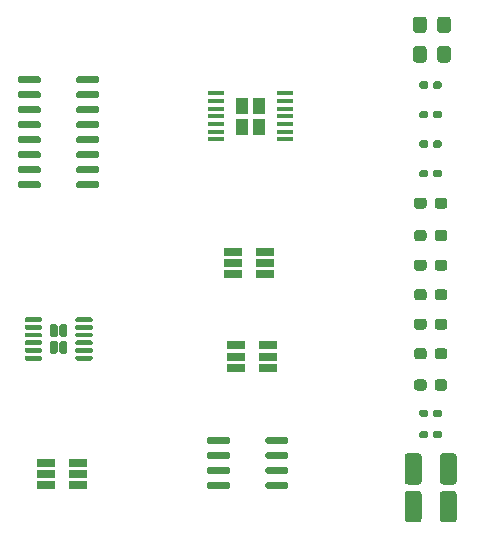
<source format=gtp>
%TF.GenerationSoftware,KiCad,Pcbnew,5.1.10*%
%TF.CreationDate,2021-10-22T01:18:59+03:00*%
%TF.ProjectId,breakouts,62726561-6b6f-4757-9473-2e6b69636164,rev?*%
%TF.SameCoordinates,Original*%
%TF.FileFunction,Paste,Top*%
%TF.FilePolarity,Positive*%
%FSLAX46Y46*%
G04 Gerber Fmt 4.6, Leading zero omitted, Abs format (unit mm)*
G04 Created by KiCad (PCBNEW 5.1.10) date 2021-10-22 01:18:59*
%MOMM*%
%LPD*%
G01*
G04 APERTURE LIST*
%ADD10R,1.560000X0.650000*%
%ADD11R,1.100000X1.400000*%
%ADD12R,1.450000X0.450000*%
G04 APERTURE END LIST*
%TO.C,J20*%
G36*
G01*
X44575000Y-74617500D02*
X44575000Y-73802500D01*
G75*
G02*
X44742500Y-73635000I167500J0D01*
G01*
X45077500Y-73635000D01*
G75*
G02*
X45245000Y-73802500I0J-167500D01*
G01*
X45245000Y-74617500D01*
G75*
G02*
X45077500Y-74785000I-167500J0D01*
G01*
X44742500Y-74785000D01*
G75*
G02*
X44575000Y-74617500I0J167500D01*
G01*
G37*
G36*
G01*
X44575000Y-73197500D02*
X44575000Y-72382500D01*
G75*
G02*
X44742500Y-72215000I167500J0D01*
G01*
X45077500Y-72215000D01*
G75*
G02*
X45245000Y-72382500I0J-167500D01*
G01*
X45245000Y-73197500D01*
G75*
G02*
X45077500Y-73365000I-167500J0D01*
G01*
X44742500Y-73365000D01*
G75*
G02*
X44575000Y-73197500I0J167500D01*
G01*
G37*
G36*
G01*
X43755000Y-74617500D02*
X43755000Y-73802500D01*
G75*
G02*
X43922500Y-73635000I167500J0D01*
G01*
X44257500Y-73635000D01*
G75*
G02*
X44425000Y-73802500I0J-167500D01*
G01*
X44425000Y-74617500D01*
G75*
G02*
X44257500Y-74785000I-167500J0D01*
G01*
X43922500Y-74785000D01*
G75*
G02*
X43755000Y-74617500I0J167500D01*
G01*
G37*
G36*
G01*
X43755000Y-73197500D02*
X43755000Y-72382500D01*
G75*
G02*
X43922500Y-72215000I167500J0D01*
G01*
X44257500Y-72215000D01*
G75*
G02*
X44425000Y-72382500I0J-167500D01*
G01*
X44425000Y-73197500D01*
G75*
G02*
X44257500Y-73365000I-167500J0D01*
G01*
X43922500Y-73365000D01*
G75*
G02*
X43755000Y-73197500I0J167500D01*
G01*
G37*
G36*
G01*
X45925000Y-71975000D02*
X45925000Y-71775000D01*
G75*
G02*
X46025000Y-71675000I100000J0D01*
G01*
X47275000Y-71675000D01*
G75*
G02*
X47375000Y-71775000I0J-100000D01*
G01*
X47375000Y-71975000D01*
G75*
G02*
X47275000Y-72075000I-100000J0D01*
G01*
X46025000Y-72075000D01*
G75*
G02*
X45925000Y-71975000I0J100000D01*
G01*
G37*
G36*
G01*
X45925000Y-72625000D02*
X45925000Y-72425000D01*
G75*
G02*
X46025000Y-72325000I100000J0D01*
G01*
X47275000Y-72325000D01*
G75*
G02*
X47375000Y-72425000I0J-100000D01*
G01*
X47375000Y-72625000D01*
G75*
G02*
X47275000Y-72725000I-100000J0D01*
G01*
X46025000Y-72725000D01*
G75*
G02*
X45925000Y-72625000I0J100000D01*
G01*
G37*
G36*
G01*
X45925000Y-73275000D02*
X45925000Y-73075000D01*
G75*
G02*
X46025000Y-72975000I100000J0D01*
G01*
X47275000Y-72975000D01*
G75*
G02*
X47375000Y-73075000I0J-100000D01*
G01*
X47375000Y-73275000D01*
G75*
G02*
X47275000Y-73375000I-100000J0D01*
G01*
X46025000Y-73375000D01*
G75*
G02*
X45925000Y-73275000I0J100000D01*
G01*
G37*
G36*
G01*
X45925000Y-73925000D02*
X45925000Y-73725000D01*
G75*
G02*
X46025000Y-73625000I100000J0D01*
G01*
X47275000Y-73625000D01*
G75*
G02*
X47375000Y-73725000I0J-100000D01*
G01*
X47375000Y-73925000D01*
G75*
G02*
X47275000Y-74025000I-100000J0D01*
G01*
X46025000Y-74025000D01*
G75*
G02*
X45925000Y-73925000I0J100000D01*
G01*
G37*
G36*
G01*
X45925000Y-74575000D02*
X45925000Y-74375000D01*
G75*
G02*
X46025000Y-74275000I100000J0D01*
G01*
X47275000Y-74275000D01*
G75*
G02*
X47375000Y-74375000I0J-100000D01*
G01*
X47375000Y-74575000D01*
G75*
G02*
X47275000Y-74675000I-100000J0D01*
G01*
X46025000Y-74675000D01*
G75*
G02*
X45925000Y-74575000I0J100000D01*
G01*
G37*
G36*
G01*
X45925000Y-75225000D02*
X45925000Y-75025000D01*
G75*
G02*
X46025000Y-74925000I100000J0D01*
G01*
X47275000Y-74925000D01*
G75*
G02*
X47375000Y-75025000I0J-100000D01*
G01*
X47375000Y-75225000D01*
G75*
G02*
X47275000Y-75325000I-100000J0D01*
G01*
X46025000Y-75325000D01*
G75*
G02*
X45925000Y-75225000I0J100000D01*
G01*
G37*
G36*
G01*
X41625000Y-75225000D02*
X41625000Y-75025000D01*
G75*
G02*
X41725000Y-74925000I100000J0D01*
G01*
X42975000Y-74925000D01*
G75*
G02*
X43075000Y-75025000I0J-100000D01*
G01*
X43075000Y-75225000D01*
G75*
G02*
X42975000Y-75325000I-100000J0D01*
G01*
X41725000Y-75325000D01*
G75*
G02*
X41625000Y-75225000I0J100000D01*
G01*
G37*
G36*
G01*
X41625000Y-74575000D02*
X41625000Y-74375000D01*
G75*
G02*
X41725000Y-74275000I100000J0D01*
G01*
X42975000Y-74275000D01*
G75*
G02*
X43075000Y-74375000I0J-100000D01*
G01*
X43075000Y-74575000D01*
G75*
G02*
X42975000Y-74675000I-100000J0D01*
G01*
X41725000Y-74675000D01*
G75*
G02*
X41625000Y-74575000I0J100000D01*
G01*
G37*
G36*
G01*
X41625000Y-73925000D02*
X41625000Y-73725000D01*
G75*
G02*
X41725000Y-73625000I100000J0D01*
G01*
X42975000Y-73625000D01*
G75*
G02*
X43075000Y-73725000I0J-100000D01*
G01*
X43075000Y-73925000D01*
G75*
G02*
X42975000Y-74025000I-100000J0D01*
G01*
X41725000Y-74025000D01*
G75*
G02*
X41625000Y-73925000I0J100000D01*
G01*
G37*
G36*
G01*
X41625000Y-73275000D02*
X41625000Y-73075000D01*
G75*
G02*
X41725000Y-72975000I100000J0D01*
G01*
X42975000Y-72975000D01*
G75*
G02*
X43075000Y-73075000I0J-100000D01*
G01*
X43075000Y-73275000D01*
G75*
G02*
X42975000Y-73375000I-100000J0D01*
G01*
X41725000Y-73375000D01*
G75*
G02*
X41625000Y-73275000I0J100000D01*
G01*
G37*
G36*
G01*
X41625000Y-72625000D02*
X41625000Y-72425000D01*
G75*
G02*
X41725000Y-72325000I100000J0D01*
G01*
X42975000Y-72325000D01*
G75*
G02*
X43075000Y-72425000I0J-100000D01*
G01*
X43075000Y-72625000D01*
G75*
G02*
X42975000Y-72725000I-100000J0D01*
G01*
X41725000Y-72725000D01*
G75*
G02*
X41625000Y-72625000I0J100000D01*
G01*
G37*
G36*
G01*
X41625000Y-71975000D02*
X41625000Y-71775000D01*
G75*
G02*
X41725000Y-71675000I100000J0D01*
G01*
X42975000Y-71675000D01*
G75*
G02*
X43075000Y-71775000I0J-100000D01*
G01*
X43075000Y-71975000D01*
G75*
G02*
X42975000Y-72075000I-100000J0D01*
G01*
X41725000Y-72075000D01*
G75*
G02*
X41625000Y-71975000I0J100000D01*
G01*
G37*
%TD*%
D10*
%TO.C,J28*%
X46100000Y-84950000D03*
X46100000Y-84000000D03*
X46100000Y-85900000D03*
X43400000Y-85900000D03*
X43400000Y-84950000D03*
X43400000Y-84000000D03*
%TD*%
%TO.C,J26*%
G36*
G01*
X62000000Y-82245000D02*
X62000000Y-81945000D01*
G75*
G02*
X62150000Y-81795000I150000J0D01*
G01*
X63800000Y-81795000D01*
G75*
G02*
X63950000Y-81945000I0J-150000D01*
G01*
X63950000Y-82245000D01*
G75*
G02*
X63800000Y-82395000I-150000J0D01*
G01*
X62150000Y-82395000D01*
G75*
G02*
X62000000Y-82245000I0J150000D01*
G01*
G37*
G36*
G01*
X62000000Y-83515000D02*
X62000000Y-83215000D01*
G75*
G02*
X62150000Y-83065000I150000J0D01*
G01*
X63800000Y-83065000D01*
G75*
G02*
X63950000Y-83215000I0J-150000D01*
G01*
X63950000Y-83515000D01*
G75*
G02*
X63800000Y-83665000I-150000J0D01*
G01*
X62150000Y-83665000D01*
G75*
G02*
X62000000Y-83515000I0J150000D01*
G01*
G37*
G36*
G01*
X62000000Y-84785000D02*
X62000000Y-84485000D01*
G75*
G02*
X62150000Y-84335000I150000J0D01*
G01*
X63800000Y-84335000D01*
G75*
G02*
X63950000Y-84485000I0J-150000D01*
G01*
X63950000Y-84785000D01*
G75*
G02*
X63800000Y-84935000I-150000J0D01*
G01*
X62150000Y-84935000D01*
G75*
G02*
X62000000Y-84785000I0J150000D01*
G01*
G37*
G36*
G01*
X62000000Y-86055000D02*
X62000000Y-85755000D01*
G75*
G02*
X62150000Y-85605000I150000J0D01*
G01*
X63800000Y-85605000D01*
G75*
G02*
X63950000Y-85755000I0J-150000D01*
G01*
X63950000Y-86055000D01*
G75*
G02*
X63800000Y-86205000I-150000J0D01*
G01*
X62150000Y-86205000D01*
G75*
G02*
X62000000Y-86055000I0J150000D01*
G01*
G37*
G36*
G01*
X57050000Y-86055000D02*
X57050000Y-85755000D01*
G75*
G02*
X57200000Y-85605000I150000J0D01*
G01*
X58850000Y-85605000D01*
G75*
G02*
X59000000Y-85755000I0J-150000D01*
G01*
X59000000Y-86055000D01*
G75*
G02*
X58850000Y-86205000I-150000J0D01*
G01*
X57200000Y-86205000D01*
G75*
G02*
X57050000Y-86055000I0J150000D01*
G01*
G37*
G36*
G01*
X57050000Y-84785000D02*
X57050000Y-84485000D01*
G75*
G02*
X57200000Y-84335000I150000J0D01*
G01*
X58850000Y-84335000D01*
G75*
G02*
X59000000Y-84485000I0J-150000D01*
G01*
X59000000Y-84785000D01*
G75*
G02*
X58850000Y-84935000I-150000J0D01*
G01*
X57200000Y-84935000D01*
G75*
G02*
X57050000Y-84785000I0J150000D01*
G01*
G37*
G36*
G01*
X57050000Y-83515000D02*
X57050000Y-83215000D01*
G75*
G02*
X57200000Y-83065000I150000J0D01*
G01*
X58850000Y-83065000D01*
G75*
G02*
X59000000Y-83215000I0J-150000D01*
G01*
X59000000Y-83515000D01*
G75*
G02*
X58850000Y-83665000I-150000J0D01*
G01*
X57200000Y-83665000D01*
G75*
G02*
X57050000Y-83515000I0J150000D01*
G01*
G37*
G36*
G01*
X57050000Y-82245000D02*
X57050000Y-81945000D01*
G75*
G02*
X57200000Y-81795000I150000J0D01*
G01*
X58850000Y-81795000D01*
G75*
G02*
X59000000Y-81945000I0J-150000D01*
G01*
X59000000Y-82245000D01*
G75*
G02*
X58850000Y-82395000I-150000J0D01*
G01*
X57200000Y-82395000D01*
G75*
G02*
X57050000Y-82245000I0J150000D01*
G01*
G37*
%TD*%
%TO.C,J22*%
X62200000Y-75000000D03*
X62200000Y-74050000D03*
X62200000Y-75950000D03*
X59500000Y-75950000D03*
X59500000Y-75000000D03*
X59500000Y-74050000D03*
%TD*%
%TO.C,J21*%
G36*
G01*
X76350000Y-72487500D02*
X76350000Y-72012500D01*
G75*
G02*
X76587500Y-71775000I237500J0D01*
G01*
X77162500Y-71775000D01*
G75*
G02*
X77400000Y-72012500I0J-237500D01*
G01*
X77400000Y-72487500D01*
G75*
G02*
X77162500Y-72725000I-237500J0D01*
G01*
X76587500Y-72725000D01*
G75*
G02*
X76350000Y-72487500I0J237500D01*
G01*
G37*
G36*
G01*
X74600000Y-72487500D02*
X74600000Y-72012500D01*
G75*
G02*
X74837500Y-71775000I237500J0D01*
G01*
X75412500Y-71775000D01*
G75*
G02*
X75650000Y-72012500I0J-237500D01*
G01*
X75650000Y-72487500D01*
G75*
G02*
X75412500Y-72725000I-237500J0D01*
G01*
X74837500Y-72725000D01*
G75*
G02*
X74600000Y-72487500I0J237500D01*
G01*
G37*
%TD*%
%TO.C,J19*%
G36*
G01*
X76350000Y-69987500D02*
X76350000Y-69512500D01*
G75*
G02*
X76587500Y-69275000I237500J0D01*
G01*
X77162500Y-69275000D01*
G75*
G02*
X77400000Y-69512500I0J-237500D01*
G01*
X77400000Y-69987500D01*
G75*
G02*
X77162500Y-70225000I-237500J0D01*
G01*
X76587500Y-70225000D01*
G75*
G02*
X76350000Y-69987500I0J237500D01*
G01*
G37*
G36*
G01*
X74600000Y-69987500D02*
X74600000Y-69512500D01*
G75*
G02*
X74837500Y-69275000I237500J0D01*
G01*
X75412500Y-69275000D01*
G75*
G02*
X75650000Y-69512500I0J-237500D01*
G01*
X75650000Y-69987500D01*
G75*
G02*
X75412500Y-70225000I-237500J0D01*
G01*
X74837500Y-70225000D01*
G75*
G02*
X74600000Y-69987500I0J237500D01*
G01*
G37*
%TD*%
%TO.C,J17*%
G36*
G01*
X76350000Y-67487500D02*
X76350000Y-67012500D01*
G75*
G02*
X76587500Y-66775000I237500J0D01*
G01*
X77162500Y-66775000D01*
G75*
G02*
X77400000Y-67012500I0J-237500D01*
G01*
X77400000Y-67487500D01*
G75*
G02*
X77162500Y-67725000I-237500J0D01*
G01*
X76587500Y-67725000D01*
G75*
G02*
X76350000Y-67487500I0J237500D01*
G01*
G37*
G36*
G01*
X74600000Y-67487500D02*
X74600000Y-67012500D01*
G75*
G02*
X74837500Y-66775000I237500J0D01*
G01*
X75412500Y-66775000D01*
G75*
G02*
X75650000Y-67012500I0J-237500D01*
G01*
X75650000Y-67487500D01*
G75*
G02*
X75412500Y-67725000I-237500J0D01*
G01*
X74837500Y-67725000D01*
G75*
G02*
X74600000Y-67487500I0J237500D01*
G01*
G37*
%TD*%
%TO.C,J8*%
G36*
G01*
X75045000Y-59660000D02*
X75045000Y-59340000D01*
G75*
G02*
X75205000Y-59180000I160000J0D01*
G01*
X75650000Y-59180000D01*
G75*
G02*
X75810000Y-59340000I0J-160000D01*
G01*
X75810000Y-59660000D01*
G75*
G02*
X75650000Y-59820000I-160000J0D01*
G01*
X75205000Y-59820000D01*
G75*
G02*
X75045000Y-59660000I0J160000D01*
G01*
G37*
G36*
G01*
X76190000Y-59660000D02*
X76190000Y-59340000D01*
G75*
G02*
X76350000Y-59180000I160000J0D01*
G01*
X76795000Y-59180000D01*
G75*
G02*
X76955000Y-59340000I0J-160000D01*
G01*
X76955000Y-59660000D01*
G75*
G02*
X76795000Y-59820000I-160000J0D01*
G01*
X76350000Y-59820000D01*
G75*
G02*
X76190000Y-59660000I0J160000D01*
G01*
G37*
%TD*%
%TO.C,J7*%
G36*
G01*
X75045000Y-57160000D02*
X75045000Y-56840000D01*
G75*
G02*
X75205000Y-56680000I160000J0D01*
G01*
X75650000Y-56680000D01*
G75*
G02*
X75810000Y-56840000I0J-160000D01*
G01*
X75810000Y-57160000D01*
G75*
G02*
X75650000Y-57320000I-160000J0D01*
G01*
X75205000Y-57320000D01*
G75*
G02*
X75045000Y-57160000I0J160000D01*
G01*
G37*
G36*
G01*
X76190000Y-57160000D02*
X76190000Y-56840000D01*
G75*
G02*
X76350000Y-56680000I160000J0D01*
G01*
X76795000Y-56680000D01*
G75*
G02*
X76955000Y-56840000I0J-160000D01*
G01*
X76955000Y-57160000D01*
G75*
G02*
X76795000Y-57320000I-160000J0D01*
G01*
X76350000Y-57320000D01*
G75*
G02*
X76190000Y-57160000I0J160000D01*
G01*
G37*
%TD*%
%TO.C,J30*%
G36*
G01*
X76775000Y-88775000D02*
X76775000Y-86625000D01*
G75*
G02*
X77025000Y-86375000I250000J0D01*
G01*
X77950000Y-86375000D01*
G75*
G02*
X78200000Y-86625000I0J-250000D01*
G01*
X78200000Y-88775000D01*
G75*
G02*
X77950000Y-89025000I-250000J0D01*
G01*
X77025000Y-89025000D01*
G75*
G02*
X76775000Y-88775000I0J250000D01*
G01*
G37*
G36*
G01*
X73800000Y-88775000D02*
X73800000Y-86625000D01*
G75*
G02*
X74050000Y-86375000I250000J0D01*
G01*
X74975000Y-86375000D01*
G75*
G02*
X75225000Y-86625000I0J-250000D01*
G01*
X75225000Y-88775000D01*
G75*
G02*
X74975000Y-89025000I-250000J0D01*
G01*
X74050000Y-89025000D01*
G75*
G02*
X73800000Y-88775000I0J250000D01*
G01*
G37*
%TD*%
%TO.C,J29*%
G36*
G01*
X76775000Y-85575000D02*
X76775000Y-83425000D01*
G75*
G02*
X77025000Y-83175000I250000J0D01*
G01*
X77950000Y-83175000D01*
G75*
G02*
X78200000Y-83425000I0J-250000D01*
G01*
X78200000Y-85575000D01*
G75*
G02*
X77950000Y-85825000I-250000J0D01*
G01*
X77025000Y-85825000D01*
G75*
G02*
X76775000Y-85575000I0J250000D01*
G01*
G37*
G36*
G01*
X73800000Y-85575000D02*
X73800000Y-83425000D01*
G75*
G02*
X74050000Y-83175000I250000J0D01*
G01*
X74975000Y-83175000D01*
G75*
G02*
X75225000Y-83425000I0J-250000D01*
G01*
X75225000Y-85575000D01*
G75*
G02*
X74975000Y-85825000I-250000J0D01*
G01*
X74050000Y-85825000D01*
G75*
G02*
X73800000Y-85575000I0J250000D01*
G01*
G37*
%TD*%
%TO.C,J14*%
X62000000Y-67050000D03*
X62000000Y-66100000D03*
X62000000Y-68000000D03*
X59300000Y-68000000D03*
X59300000Y-67050000D03*
X59300000Y-66100000D03*
%TD*%
%TO.C,J27*%
G36*
G01*
X76550000Y-49850001D02*
X76550000Y-48949999D01*
G75*
G02*
X76799999Y-48700000I249999J0D01*
G01*
X77450001Y-48700000D01*
G75*
G02*
X77700000Y-48949999I0J-249999D01*
G01*
X77700000Y-49850001D01*
G75*
G02*
X77450001Y-50100000I-249999J0D01*
G01*
X76799999Y-50100000D01*
G75*
G02*
X76550000Y-49850001I0J249999D01*
G01*
G37*
G36*
G01*
X74500000Y-49850001D02*
X74500000Y-48949999D01*
G75*
G02*
X74749999Y-48700000I249999J0D01*
G01*
X75400001Y-48700000D01*
G75*
G02*
X75650000Y-48949999I0J-249999D01*
G01*
X75650000Y-49850001D01*
G75*
G02*
X75400001Y-50100000I-249999J0D01*
G01*
X74749999Y-50100000D01*
G75*
G02*
X74500000Y-49850001I0J249999D01*
G01*
G37*
%TD*%
%TO.C,J25*%
G36*
G01*
X76550000Y-47350001D02*
X76550000Y-46449999D01*
G75*
G02*
X76799999Y-46200000I249999J0D01*
G01*
X77450001Y-46200000D01*
G75*
G02*
X77700000Y-46449999I0J-249999D01*
G01*
X77700000Y-47350001D01*
G75*
G02*
X77450001Y-47600000I-249999J0D01*
G01*
X76799999Y-47600000D01*
G75*
G02*
X76550000Y-47350001I0J249999D01*
G01*
G37*
G36*
G01*
X74500000Y-47350001D02*
X74500000Y-46449999D01*
G75*
G02*
X74749999Y-46200000I249999J0D01*
G01*
X75400001Y-46200000D01*
G75*
G02*
X75650000Y-46449999I0J-249999D01*
G01*
X75650000Y-47350001D01*
G75*
G02*
X75400001Y-47600000I-249999J0D01*
G01*
X74749999Y-47600000D01*
G75*
G02*
X74500000Y-47350001I0J249999D01*
G01*
G37*
%TD*%
D11*
%TO.C,J5*%
X60000000Y-53750000D03*
D12*
X63700000Y-52700000D03*
X63700000Y-53350000D03*
X63700000Y-54000000D03*
X63700000Y-54650000D03*
X63700000Y-55300000D03*
X63700000Y-55950000D03*
X63700000Y-56600000D03*
X57800000Y-56600000D03*
X57800000Y-55950000D03*
X57800000Y-55300000D03*
X57800000Y-54650000D03*
X57800000Y-54000000D03*
X57800000Y-53350000D03*
X57800000Y-52700000D03*
D11*
X61500000Y-53750000D03*
X61500000Y-55550000D03*
X60000000Y-55550000D03*
%TD*%
%TO.C,J24*%
G36*
G01*
X76350000Y-77637500D02*
X76350000Y-77162500D01*
G75*
G02*
X76587500Y-76925000I237500J0D01*
G01*
X77162500Y-76925000D01*
G75*
G02*
X77400000Y-77162500I0J-237500D01*
G01*
X77400000Y-77637500D01*
G75*
G02*
X77162500Y-77875000I-237500J0D01*
G01*
X76587500Y-77875000D01*
G75*
G02*
X76350000Y-77637500I0J237500D01*
G01*
G37*
G36*
G01*
X74600000Y-77637500D02*
X74600000Y-77162500D01*
G75*
G02*
X74837500Y-76925000I237500J0D01*
G01*
X75412500Y-76925000D01*
G75*
G02*
X75650000Y-77162500I0J-237500D01*
G01*
X75650000Y-77637500D01*
G75*
G02*
X75412500Y-77875000I-237500J0D01*
G01*
X74837500Y-77875000D01*
G75*
G02*
X74600000Y-77637500I0J237500D01*
G01*
G37*
%TD*%
%TO.C,J23*%
G36*
G01*
X76350000Y-74987500D02*
X76350000Y-74512500D01*
G75*
G02*
X76587500Y-74275000I237500J0D01*
G01*
X77162500Y-74275000D01*
G75*
G02*
X77400000Y-74512500I0J-237500D01*
G01*
X77400000Y-74987500D01*
G75*
G02*
X77162500Y-75225000I-237500J0D01*
G01*
X76587500Y-75225000D01*
G75*
G02*
X76350000Y-74987500I0J237500D01*
G01*
G37*
G36*
G01*
X74600000Y-74987500D02*
X74600000Y-74512500D01*
G75*
G02*
X74837500Y-74275000I237500J0D01*
G01*
X75412500Y-74275000D01*
G75*
G02*
X75650000Y-74512500I0J-237500D01*
G01*
X75650000Y-74987500D01*
G75*
G02*
X75412500Y-75225000I-237500J0D01*
G01*
X74837500Y-75225000D01*
G75*
G02*
X74600000Y-74987500I0J237500D01*
G01*
G37*
%TD*%
%TO.C,J10*%
G36*
G01*
X76350000Y-64987500D02*
X76350000Y-64512500D01*
G75*
G02*
X76587500Y-64275000I237500J0D01*
G01*
X77162500Y-64275000D01*
G75*
G02*
X77400000Y-64512500I0J-237500D01*
G01*
X77400000Y-64987500D01*
G75*
G02*
X77162500Y-65225000I-237500J0D01*
G01*
X76587500Y-65225000D01*
G75*
G02*
X76350000Y-64987500I0J237500D01*
G01*
G37*
G36*
G01*
X74600000Y-64987500D02*
X74600000Y-64512500D01*
G75*
G02*
X74837500Y-64275000I237500J0D01*
G01*
X75412500Y-64275000D01*
G75*
G02*
X75650000Y-64512500I0J-237500D01*
G01*
X75650000Y-64987500D01*
G75*
G02*
X75412500Y-65225000I-237500J0D01*
G01*
X74837500Y-65225000D01*
G75*
G02*
X74600000Y-64987500I0J237500D01*
G01*
G37*
%TD*%
%TO.C,J9*%
G36*
G01*
X76350000Y-62237500D02*
X76350000Y-61762500D01*
G75*
G02*
X76587500Y-61525000I237500J0D01*
G01*
X77162500Y-61525000D01*
G75*
G02*
X77400000Y-61762500I0J-237500D01*
G01*
X77400000Y-62237500D01*
G75*
G02*
X77162500Y-62475000I-237500J0D01*
G01*
X76587500Y-62475000D01*
G75*
G02*
X76350000Y-62237500I0J237500D01*
G01*
G37*
G36*
G01*
X74600000Y-62237500D02*
X74600000Y-61762500D01*
G75*
G02*
X74837500Y-61525000I237500J0D01*
G01*
X75412500Y-61525000D01*
G75*
G02*
X75650000Y-61762500I0J-237500D01*
G01*
X75650000Y-62237500D01*
G75*
G02*
X75412500Y-62475000I-237500J0D01*
G01*
X74837500Y-62475000D01*
G75*
G02*
X74600000Y-62237500I0J237500D01*
G01*
G37*
%TD*%
%TO.C,J6*%
G36*
G01*
X75045000Y-54660000D02*
X75045000Y-54340000D01*
G75*
G02*
X75205000Y-54180000I160000J0D01*
G01*
X75650000Y-54180000D01*
G75*
G02*
X75810000Y-54340000I0J-160000D01*
G01*
X75810000Y-54660000D01*
G75*
G02*
X75650000Y-54820000I-160000J0D01*
G01*
X75205000Y-54820000D01*
G75*
G02*
X75045000Y-54660000I0J160000D01*
G01*
G37*
G36*
G01*
X76190000Y-54660000D02*
X76190000Y-54340000D01*
G75*
G02*
X76350000Y-54180000I160000J0D01*
G01*
X76795000Y-54180000D01*
G75*
G02*
X76955000Y-54340000I0J-160000D01*
G01*
X76955000Y-54660000D01*
G75*
G02*
X76795000Y-54820000I-160000J0D01*
G01*
X76350000Y-54820000D01*
G75*
G02*
X76190000Y-54660000I0J160000D01*
G01*
G37*
%TD*%
%TO.C,J3*%
G36*
G01*
X75045000Y-52160000D02*
X75045000Y-51840000D01*
G75*
G02*
X75205000Y-51680000I160000J0D01*
G01*
X75650000Y-51680000D01*
G75*
G02*
X75810000Y-51840000I0J-160000D01*
G01*
X75810000Y-52160000D01*
G75*
G02*
X75650000Y-52320000I-160000J0D01*
G01*
X75205000Y-52320000D01*
G75*
G02*
X75045000Y-52160000I0J160000D01*
G01*
G37*
G36*
G01*
X76190000Y-52160000D02*
X76190000Y-51840000D01*
G75*
G02*
X76350000Y-51680000I160000J0D01*
G01*
X76795000Y-51680000D01*
G75*
G02*
X76955000Y-51840000I0J-160000D01*
G01*
X76955000Y-52160000D01*
G75*
G02*
X76795000Y-52320000I-160000J0D01*
G01*
X76350000Y-52320000D01*
G75*
G02*
X76190000Y-52160000I0J160000D01*
G01*
G37*
%TD*%
%TO.C,J2*%
G36*
G01*
X75045000Y-81760000D02*
X75045000Y-81440000D01*
G75*
G02*
X75205000Y-81280000I160000J0D01*
G01*
X75650000Y-81280000D01*
G75*
G02*
X75810000Y-81440000I0J-160000D01*
G01*
X75810000Y-81760000D01*
G75*
G02*
X75650000Y-81920000I-160000J0D01*
G01*
X75205000Y-81920000D01*
G75*
G02*
X75045000Y-81760000I0J160000D01*
G01*
G37*
G36*
G01*
X76190000Y-81760000D02*
X76190000Y-81440000D01*
G75*
G02*
X76350000Y-81280000I160000J0D01*
G01*
X76795000Y-81280000D01*
G75*
G02*
X76955000Y-81440000I0J-160000D01*
G01*
X76955000Y-81760000D01*
G75*
G02*
X76795000Y-81920000I-160000J0D01*
G01*
X76350000Y-81920000D01*
G75*
G02*
X76190000Y-81760000I0J160000D01*
G01*
G37*
%TD*%
%TO.C,J4*%
G36*
G01*
X41050000Y-51705000D02*
X41050000Y-51405000D01*
G75*
G02*
X41200000Y-51255000I150000J0D01*
G01*
X42850000Y-51255000D01*
G75*
G02*
X43000000Y-51405000I0J-150000D01*
G01*
X43000000Y-51705000D01*
G75*
G02*
X42850000Y-51855000I-150000J0D01*
G01*
X41200000Y-51855000D01*
G75*
G02*
X41050000Y-51705000I0J150000D01*
G01*
G37*
G36*
G01*
X41050000Y-52975000D02*
X41050000Y-52675000D01*
G75*
G02*
X41200000Y-52525000I150000J0D01*
G01*
X42850000Y-52525000D01*
G75*
G02*
X43000000Y-52675000I0J-150000D01*
G01*
X43000000Y-52975000D01*
G75*
G02*
X42850000Y-53125000I-150000J0D01*
G01*
X41200000Y-53125000D01*
G75*
G02*
X41050000Y-52975000I0J150000D01*
G01*
G37*
G36*
G01*
X41050000Y-54245000D02*
X41050000Y-53945000D01*
G75*
G02*
X41200000Y-53795000I150000J0D01*
G01*
X42850000Y-53795000D01*
G75*
G02*
X43000000Y-53945000I0J-150000D01*
G01*
X43000000Y-54245000D01*
G75*
G02*
X42850000Y-54395000I-150000J0D01*
G01*
X41200000Y-54395000D01*
G75*
G02*
X41050000Y-54245000I0J150000D01*
G01*
G37*
G36*
G01*
X41050000Y-55515000D02*
X41050000Y-55215000D01*
G75*
G02*
X41200000Y-55065000I150000J0D01*
G01*
X42850000Y-55065000D01*
G75*
G02*
X43000000Y-55215000I0J-150000D01*
G01*
X43000000Y-55515000D01*
G75*
G02*
X42850000Y-55665000I-150000J0D01*
G01*
X41200000Y-55665000D01*
G75*
G02*
X41050000Y-55515000I0J150000D01*
G01*
G37*
G36*
G01*
X41050000Y-56785000D02*
X41050000Y-56485000D01*
G75*
G02*
X41200000Y-56335000I150000J0D01*
G01*
X42850000Y-56335000D01*
G75*
G02*
X43000000Y-56485000I0J-150000D01*
G01*
X43000000Y-56785000D01*
G75*
G02*
X42850000Y-56935000I-150000J0D01*
G01*
X41200000Y-56935000D01*
G75*
G02*
X41050000Y-56785000I0J150000D01*
G01*
G37*
G36*
G01*
X41050000Y-58055000D02*
X41050000Y-57755000D01*
G75*
G02*
X41200000Y-57605000I150000J0D01*
G01*
X42850000Y-57605000D01*
G75*
G02*
X43000000Y-57755000I0J-150000D01*
G01*
X43000000Y-58055000D01*
G75*
G02*
X42850000Y-58205000I-150000J0D01*
G01*
X41200000Y-58205000D01*
G75*
G02*
X41050000Y-58055000I0J150000D01*
G01*
G37*
G36*
G01*
X41050000Y-59325000D02*
X41050000Y-59025000D01*
G75*
G02*
X41200000Y-58875000I150000J0D01*
G01*
X42850000Y-58875000D01*
G75*
G02*
X43000000Y-59025000I0J-150000D01*
G01*
X43000000Y-59325000D01*
G75*
G02*
X42850000Y-59475000I-150000J0D01*
G01*
X41200000Y-59475000D01*
G75*
G02*
X41050000Y-59325000I0J150000D01*
G01*
G37*
G36*
G01*
X41050000Y-60595000D02*
X41050000Y-60295000D01*
G75*
G02*
X41200000Y-60145000I150000J0D01*
G01*
X42850000Y-60145000D01*
G75*
G02*
X43000000Y-60295000I0J-150000D01*
G01*
X43000000Y-60595000D01*
G75*
G02*
X42850000Y-60745000I-150000J0D01*
G01*
X41200000Y-60745000D01*
G75*
G02*
X41050000Y-60595000I0J150000D01*
G01*
G37*
G36*
G01*
X46000000Y-60595000D02*
X46000000Y-60295000D01*
G75*
G02*
X46150000Y-60145000I150000J0D01*
G01*
X47800000Y-60145000D01*
G75*
G02*
X47950000Y-60295000I0J-150000D01*
G01*
X47950000Y-60595000D01*
G75*
G02*
X47800000Y-60745000I-150000J0D01*
G01*
X46150000Y-60745000D01*
G75*
G02*
X46000000Y-60595000I0J150000D01*
G01*
G37*
G36*
G01*
X46000000Y-59325000D02*
X46000000Y-59025000D01*
G75*
G02*
X46150000Y-58875000I150000J0D01*
G01*
X47800000Y-58875000D01*
G75*
G02*
X47950000Y-59025000I0J-150000D01*
G01*
X47950000Y-59325000D01*
G75*
G02*
X47800000Y-59475000I-150000J0D01*
G01*
X46150000Y-59475000D01*
G75*
G02*
X46000000Y-59325000I0J150000D01*
G01*
G37*
G36*
G01*
X46000000Y-58055000D02*
X46000000Y-57755000D01*
G75*
G02*
X46150000Y-57605000I150000J0D01*
G01*
X47800000Y-57605000D01*
G75*
G02*
X47950000Y-57755000I0J-150000D01*
G01*
X47950000Y-58055000D01*
G75*
G02*
X47800000Y-58205000I-150000J0D01*
G01*
X46150000Y-58205000D01*
G75*
G02*
X46000000Y-58055000I0J150000D01*
G01*
G37*
G36*
G01*
X46000000Y-56785000D02*
X46000000Y-56485000D01*
G75*
G02*
X46150000Y-56335000I150000J0D01*
G01*
X47800000Y-56335000D01*
G75*
G02*
X47950000Y-56485000I0J-150000D01*
G01*
X47950000Y-56785000D01*
G75*
G02*
X47800000Y-56935000I-150000J0D01*
G01*
X46150000Y-56935000D01*
G75*
G02*
X46000000Y-56785000I0J150000D01*
G01*
G37*
G36*
G01*
X46000000Y-55515000D02*
X46000000Y-55215000D01*
G75*
G02*
X46150000Y-55065000I150000J0D01*
G01*
X47800000Y-55065000D01*
G75*
G02*
X47950000Y-55215000I0J-150000D01*
G01*
X47950000Y-55515000D01*
G75*
G02*
X47800000Y-55665000I-150000J0D01*
G01*
X46150000Y-55665000D01*
G75*
G02*
X46000000Y-55515000I0J150000D01*
G01*
G37*
G36*
G01*
X46000000Y-54245000D02*
X46000000Y-53945000D01*
G75*
G02*
X46150000Y-53795000I150000J0D01*
G01*
X47800000Y-53795000D01*
G75*
G02*
X47950000Y-53945000I0J-150000D01*
G01*
X47950000Y-54245000D01*
G75*
G02*
X47800000Y-54395000I-150000J0D01*
G01*
X46150000Y-54395000D01*
G75*
G02*
X46000000Y-54245000I0J150000D01*
G01*
G37*
G36*
G01*
X46000000Y-52975000D02*
X46000000Y-52675000D01*
G75*
G02*
X46150000Y-52525000I150000J0D01*
G01*
X47800000Y-52525000D01*
G75*
G02*
X47950000Y-52675000I0J-150000D01*
G01*
X47950000Y-52975000D01*
G75*
G02*
X47800000Y-53125000I-150000J0D01*
G01*
X46150000Y-53125000D01*
G75*
G02*
X46000000Y-52975000I0J150000D01*
G01*
G37*
G36*
G01*
X46000000Y-51705000D02*
X46000000Y-51405000D01*
G75*
G02*
X46150000Y-51255000I150000J0D01*
G01*
X47800000Y-51255000D01*
G75*
G02*
X47950000Y-51405000I0J-150000D01*
G01*
X47950000Y-51705000D01*
G75*
G02*
X47800000Y-51855000I-150000J0D01*
G01*
X46150000Y-51855000D01*
G75*
G02*
X46000000Y-51705000I0J150000D01*
G01*
G37*
%TD*%
%TO.C,J1*%
G36*
G01*
X75045000Y-79960000D02*
X75045000Y-79640000D01*
G75*
G02*
X75205000Y-79480000I160000J0D01*
G01*
X75650000Y-79480000D01*
G75*
G02*
X75810000Y-79640000I0J-160000D01*
G01*
X75810000Y-79960000D01*
G75*
G02*
X75650000Y-80120000I-160000J0D01*
G01*
X75205000Y-80120000D01*
G75*
G02*
X75045000Y-79960000I0J160000D01*
G01*
G37*
G36*
G01*
X76190000Y-79960000D02*
X76190000Y-79640000D01*
G75*
G02*
X76350000Y-79480000I160000J0D01*
G01*
X76795000Y-79480000D01*
G75*
G02*
X76955000Y-79640000I0J-160000D01*
G01*
X76955000Y-79960000D01*
G75*
G02*
X76795000Y-80120000I-160000J0D01*
G01*
X76350000Y-80120000D01*
G75*
G02*
X76190000Y-79960000I0J160000D01*
G01*
G37*
%TD*%
M02*

</source>
